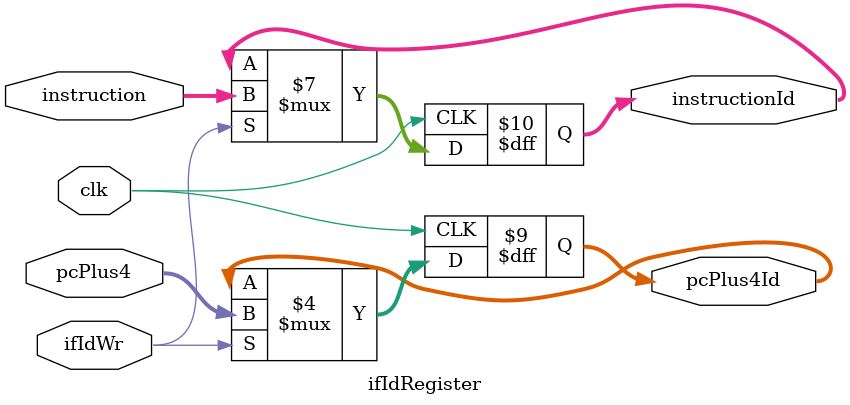
<source format=v>

module ifIdRegister(clk, ifIdWr, pcPlus4, instruction, pcPlus4Id, instructionId);
  input clk, ifIdWr;
  input [31:0] pcPlus4, instruction;
  output[31:0] pcPlus4Id, instructionId;
  reg   [31:0] pcPlus4Id, instructionId;  
  		
		  always@(posedge clk) begin		
				if(ifIdWr == 1)
				begin	
					instructionId = instruction;
					pcPlus4Id = pcPlus4;
				end

				else
				begin
					instructionId = instructionId;
					pcPlus4Id = pcPlus4Id;
				end
			end
endmodule
</source>
